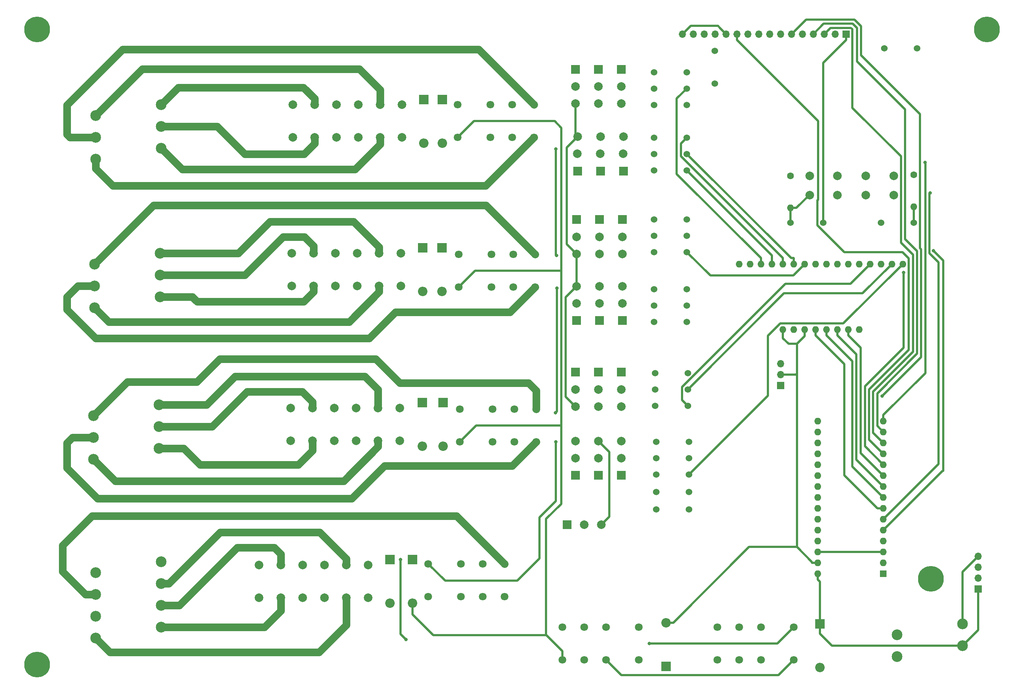
<source format=gbl>
%TF.GenerationSoftware,KiCad,Pcbnew,(5.1.6)-1*%
%TF.CreationDate,2021-08-20T11:56:06+02:00*%
%TF.ProjectId,_Asclepios-Ohmmeter-v2,b5417363-6c65-4706-996f-732d4f686d6d,rev?*%
%TF.SameCoordinates,PXc65d40PYa4fc540*%
%TF.FileFunction,Copper,L2,Bot*%
%TF.FilePolarity,Positive*%
%FSLAX46Y46*%
G04 Gerber Fmt 4.6, Leading zero omitted, Abs format (unit mm)*
G04 Created by KiCad (PCBNEW (5.1.6)-1) date 2021-08-20 11:56:06*
%MOMM*%
%LPD*%
G01*
G04 APERTURE LIST*
%TA.AperFunction,ComponentPad*%
%ADD10C,2.500000*%
%TD*%
%TA.AperFunction,ComponentPad*%
%ADD11C,2.000000*%
%TD*%
%TA.AperFunction,ComponentPad*%
%ADD12O,2.200000X2.200000*%
%TD*%
%TA.AperFunction,ComponentPad*%
%ADD13R,2.200000X2.200000*%
%TD*%
%TA.AperFunction,ComponentPad*%
%ADD14O,1.700000X1.700000*%
%TD*%
%TA.AperFunction,ComponentPad*%
%ADD15R,1.700000X1.700000*%
%TD*%
%TA.AperFunction,ComponentPad*%
%ADD16R,2.000000X2.000000*%
%TD*%
%TA.AperFunction,ComponentPad*%
%ADD17C,1.600000*%
%TD*%
%TA.AperFunction,ComponentPad*%
%ADD18O,1.600000X1.600000*%
%TD*%
%TA.AperFunction,ComponentPad*%
%ADD19R,1.600000X1.600000*%
%TD*%
%TA.AperFunction,ComponentPad*%
%ADD20C,1.800000*%
%TD*%
%TA.AperFunction,ComponentPad*%
%ADD21C,1.524000*%
%TD*%
%TA.AperFunction,ViaPad*%
%ADD22C,0.800000*%
%TD*%
%TA.AperFunction,ViaPad*%
%ADD23C,6.000000*%
%TD*%
%TA.AperFunction,Conductor*%
%ADD24C,0.500000*%
%TD*%
%TA.AperFunction,Conductor*%
%ADD25C,1.750000*%
%TD*%
G04 APERTURE END LIST*
D10*
%TO.P,J1,6*%
%TO.N,Net-(J1-Pad6)*%
X34830000Y126316000D03*
%TO.P,J1,3*%
%TO.N,Net-(J1-Pad3)*%
X19590000Y123776000D03*
%TO.P,J1,5*%
%TO.N,Net-(J1-Pad5)*%
X34830000Y131406000D03*
%TO.P,J1,4*%
%TO.N,Net-(J1-Pad4)*%
X34830000Y136486000D03*
%TO.P,J1,2*%
%TO.N,Net-(J1-Pad2)*%
X19590000Y128866000D03*
%TO.P,J1,1*%
%TO.N,Net-(J1-Pad1)*%
X19590000Y133946000D03*
%TD*%
%TO.P,J2,6*%
%TO.N,Net-(J2-Pad6)*%
X34576000Y91710000D03*
%TO.P,J2,3*%
%TO.N,Net-(J2-Pad3)*%
X19336000Y89170000D03*
%TO.P,J2,5*%
%TO.N,Net-(J2-Pad5)*%
X34576000Y96800000D03*
%TO.P,J2,4*%
%TO.N,Net-(J2-Pad4)*%
X34576000Y101880000D03*
%TO.P,J2,2*%
%TO.N,Net-(J2-Pad2)*%
X19336000Y94260000D03*
%TO.P,J2,1*%
%TO.N,Net-(J2-Pad1)*%
X19336000Y99340000D03*
%TD*%
%TO.P,J3,6*%
%TO.N,Net-(J3-Pad6)*%
X34322000Y56404000D03*
%TO.P,J3,3*%
%TO.N,Net-(J3-Pad3)*%
X19082000Y53864000D03*
%TO.P,J3,5*%
%TO.N,Net-(J3-Pad5)*%
X34322000Y61494000D03*
%TO.P,J3,4*%
%TO.N,Net-(J3-Pad4)*%
X34322000Y66574000D03*
%TO.P,J3,2*%
%TO.N,Net-(J3-Pad2)*%
X19082000Y58954000D03*
%TO.P,J3,1*%
%TO.N,Net-(J3-Pad1)*%
X19082000Y64034000D03*
%TD*%
%TO.P,JC1,4*%
%TO.N,Net-(JC1-Pad4)*%
X34830000Y14758000D03*
%TO.P,JC1,3*%
%TO.N,Net-(JC1-Pad3)*%
X34830000Y19838000D03*
%TO.P,JC1,2*%
%TO.N,Net-(JC1-Pad2)*%
X19590000Y12218000D03*
%TO.P,JC1,1*%
%TO.N,Net-(JC1-Pad1)*%
X19590000Y17298000D03*
%TD*%
%TO.P,JCI1,4*%
%TO.N,Net-(JCI1-Pad4)*%
X34830000Y24918000D03*
%TO.P,JCI1,3*%
%TO.N,Net-(JCI1-Pad3)*%
X34830000Y29998000D03*
%TO.P,JCI1,2*%
%TO.N,Net-(JCI1-Pad2)*%
X19590000Y22378000D03*
%TO.P,JCI1,1*%
%TO.N,Net-(JCI1-Pad1)*%
X19590000Y27458000D03*
%TD*%
D11*
%TO.P,K41,1*%
%TO.N,N/C*%
X90886000Y136486000D03*
%TO.P,K41,2*%
%TO.N,Net-(J1-Pad6)*%
X85806000Y136486000D03*
%TO.P,K41,3*%
%TO.N,Net-(K41-Pad3)*%
X80726000Y136486000D03*
%TO.P,K41,4*%
%TO.N,Net-(K41-Pad4)*%
X75646000Y136486000D03*
%TO.P,K41,5*%
%TO.N,Net-(J1-Pad5)*%
X70566000Y136486000D03*
%TO.P,K41,6*%
%TO.N,N/C*%
X65486000Y136486000D03*
%TO.P,K41,7*%
X65486000Y128866000D03*
%TO.P,K41,8*%
%TO.N,Net-(J1-Pad4)*%
X70566000Y128866000D03*
%TO.P,K41,9*%
%TO.N,Net-(K41-Pad9)*%
X75646000Y128866000D03*
%TO.P,K41,10*%
%TO.N,Net-(K41-Pad10)*%
X80726000Y128866000D03*
%TO.P,K41,11*%
%TO.N,Net-(J1-Pad1)*%
X85806000Y128866000D03*
%TO.P,K41,12*%
%TO.N,N/C*%
X90886000Y128866000D03*
%TD*%
%TO.P,K42,1*%
%TO.N,N/C*%
X90632000Y101880000D03*
%TO.P,K42,2*%
%TO.N,Net-(J2-Pad3)*%
X85552000Y101880000D03*
%TO.P,K42,3*%
%TO.N,Net-(K42-Pad3)*%
X80472000Y101880000D03*
%TO.P,K42,4*%
%TO.N,Net-(K42-Pad4)*%
X75392000Y101880000D03*
%TO.P,K42,5*%
%TO.N,Net-(J2-Pad6)*%
X70312000Y101880000D03*
%TO.P,K42,6*%
%TO.N,N/C*%
X65232000Y101880000D03*
%TO.P,K42,7*%
X65232000Y94260000D03*
%TO.P,K42,8*%
%TO.N,Net-(J2-Pad5)*%
X70312000Y94260000D03*
%TO.P,K42,9*%
%TO.N,Net-(K42-Pad9)*%
X75392000Y94260000D03*
%TO.P,K42,10*%
%TO.N,Net-(K42-Pad10)*%
X80472000Y94260000D03*
%TO.P,K42,11*%
%TO.N,Net-(J2-Pad4)*%
X85552000Y94260000D03*
%TO.P,K42,12*%
%TO.N,N/C*%
X90632000Y94260000D03*
%TD*%
%TO.P,K43,1*%
%TO.N,N/C*%
X90378000Y65812000D03*
%TO.P,K43,2*%
%TO.N,Net-(J3-Pad3)*%
X85298000Y65812000D03*
%TO.P,K43,3*%
%TO.N,Net-(K43-Pad3)*%
X80218000Y65812000D03*
%TO.P,K43,4*%
%TO.N,Net-(K43-Pad4)*%
X75138000Y65812000D03*
%TO.P,K43,5*%
%TO.N,Net-(J3-Pad6)*%
X70058000Y65812000D03*
%TO.P,K43,6*%
%TO.N,N/C*%
X64978000Y65812000D03*
%TO.P,K43,7*%
X64978000Y58192000D03*
%TO.P,K43,8*%
%TO.N,Net-(J3-Pad5)*%
X70058000Y58192000D03*
%TO.P,K43,9*%
%TO.N,Net-(K43-Pad9)*%
X75138000Y58192000D03*
%TO.P,K43,10*%
%TO.N,Net-(K43-Pad10)*%
X80218000Y58192000D03*
%TO.P,K43,11*%
%TO.N,Net-(J3-Pad4)*%
X85298000Y58192000D03*
%TO.P,K43,12*%
%TO.N,N/C*%
X90378000Y58192000D03*
%TD*%
%TO.P,KC1,1*%
%TO.N,N/C*%
X83012000Y29236000D03*
%TO.P,KC1,2*%
%TO.N,Net-(JC1-Pad2)*%
X77932000Y29236000D03*
%TO.P,KC1,3*%
%TO.N,Net-(KC1-Pad10)*%
X72852000Y29236000D03*
%TO.P,KC1,4*%
X67772000Y29236000D03*
%TO.P,KC1,5*%
%TO.N,Net-(JC1-Pad4)*%
X62692000Y29236000D03*
%TO.P,KC1,6*%
%TO.N,N/C*%
X57612000Y29236000D03*
%TO.P,KC1,7*%
X57612000Y21616000D03*
%TO.P,KC1,8*%
%TO.N,Net-(JC1-Pad3)*%
X62692000Y21616000D03*
%TO.P,KC1,9*%
%TO.N,Net-(KC1-Pad10)*%
X67772000Y21616000D03*
%TO.P,KC1,10*%
X72852000Y21616000D03*
%TO.P,KC1,11*%
%TO.N,Net-(JCI1-Pad4)*%
X77932000Y21616000D03*
%TO.P,KC1,12*%
%TO.N,N/C*%
X83012000Y21616000D03*
%TD*%
D12*
%TO.P,DI1,2*%
%TO.N,N/C*%
X93299000Y20346000D03*
D13*
%TO.P,DI1,1*%
X93299000Y30506000D03*
%TD*%
D14*
%TO.P,JUSB1,4*%
%TO.N,N/C*%
X224998000Y31268000D03*
%TO.P,JUSB1,3*%
%TO.N,Net-(JUSB1-Pad3)*%
X224998000Y28728000D03*
%TO.P,JUSB1,2*%
%TO.N,Net-(JUSB1-Pad2)*%
X224998000Y26188000D03*
D15*
%TO.P,JUSB1,1*%
%TO.N,Net-(DC1-Pad1)*%
X224998000Y23648000D03*
%TD*%
D11*
%TO.P,Q16,1*%
%TO.N,Net-(Q16-Pad1)*%
X131272000Y54128000D03*
%TO.P,Q16,2*%
%TO.N,Net-(Q1-Pad2)*%
X131282000Y58108000D03*
D16*
%TO.P,Q16,3*%
%TO.N,Net-(K23-Pad4)*%
X131282000Y50128000D03*
%TD*%
D11*
%TO.P,Q19,1*%
%TO.N,Net-(Q19-Pad1)*%
X133304000Y38634000D03*
%TO.P,Q19,2*%
%TO.N,Net-(Q1-Pad2)*%
X137284000Y38624000D03*
D16*
%TO.P,Q19,3*%
%TO.N,Net-(Ki1-Pad13)*%
X129304000Y38624000D03*
%TD*%
D11*
%TO.P,Q18,1*%
%TO.N,Net-(Q18-Pad1)*%
X141940000Y54128000D03*
%TO.P,Q18,2*%
%TO.N,Net-(Q1-Pad2)*%
X141950000Y58108000D03*
D16*
%TO.P,Q18,3*%
%TO.N,Net-(K43-Pad4)*%
X141950000Y50128000D03*
%TD*%
D11*
%TO.P,Q17,1*%
%TO.N,Net-(Q17-Pad1)*%
X136606000Y54128000D03*
%TO.P,Q17,2*%
%TO.N,Net-(Q1-Pad2)*%
X136616000Y58108000D03*
D16*
%TO.P,Q17,3*%
%TO.N,Net-(K43-Pad3)*%
X136616000Y50128000D03*
%TD*%
D11*
%TO.P,Q15,1*%
%TO.N,Net-(Q15-Pad1)*%
X141940000Y70130000D03*
%TO.P,Q15,2*%
%TO.N,Net-(Q1-Pad2)*%
X141930000Y66150000D03*
D16*
%TO.P,Q15,3*%
%TO.N,Net-(K43-Pad9)*%
X141930000Y74130000D03*
%TD*%
D11*
%TO.P,Q14,1*%
%TO.N,Net-(Q14-Pad1)*%
X136606000Y70130000D03*
%TO.P,Q14,2*%
%TO.N,Net-(Q1-Pad2)*%
X136596000Y66150000D03*
D16*
%TO.P,Q14,3*%
%TO.N,Net-(K43-Pad10)*%
X136596000Y74130000D03*
%TD*%
D11*
%TO.P,Q13,1*%
%TO.N,Net-(Q13-Pad1)*%
X131272000Y70130000D03*
%TO.P,Q13,2*%
%TO.N,Net-(Q1-Pad2)*%
X131262000Y66150000D03*
D16*
%TO.P,Q13,3*%
%TO.N,Net-(K23-Pad13)*%
X131262000Y74130000D03*
%TD*%
D11*
%TO.P,Q11,1*%
%TO.N,Net-(Q11-Pad1)*%
X136860000Y90196000D03*
%TO.P,Q11,2*%
%TO.N,Net-(Q1-Pad2)*%
X136870000Y94176000D03*
D16*
%TO.P,Q11,3*%
%TO.N,Net-(K42-Pad3)*%
X136870000Y86196000D03*
%TD*%
D11*
%TO.P,Q12,1*%
%TO.N,Net-(Q12-Pad1)*%
X142194000Y90196000D03*
%TO.P,Q12,2*%
%TO.N,Net-(Q1-Pad2)*%
X142204000Y94176000D03*
D16*
%TO.P,Q12,3*%
%TO.N,Net-(K42-Pad4)*%
X142204000Y86196000D03*
%TD*%
D11*
%TO.P,Q9,1*%
%TO.N,Net-(Q9-Pad1)*%
X142194000Y105690000D03*
%TO.P,Q9,2*%
%TO.N,Net-(Q1-Pad2)*%
X142184000Y101710000D03*
D16*
%TO.P,Q9,3*%
%TO.N,Net-(K42-Pad9)*%
X142184000Y109690000D03*
%TD*%
D11*
%TO.P,Q8,1*%
%TO.N,Net-(Q8-Pad1)*%
X136860000Y105690000D03*
%TO.P,Q8,2*%
%TO.N,Net-(Q1-Pad2)*%
X136850000Y101710000D03*
D16*
%TO.P,Q8,3*%
%TO.N,Net-(K42-Pad10)*%
X136850000Y109690000D03*
%TD*%
D11*
%TO.P,Q7,1*%
%TO.N,Net-(Q7-Pad1)*%
X131526000Y105690000D03*
%TO.P,Q7,2*%
%TO.N,Net-(Q1-Pad2)*%
X131516000Y101710000D03*
D16*
%TO.P,Q7,3*%
%TO.N,Net-(K22-Pad13)*%
X131516000Y109690000D03*
%TD*%
D11*
%TO.P,Q10,1*%
%TO.N,Net-(Q10-Pad1)*%
X131526000Y90196000D03*
%TO.P,Q10,2*%
%TO.N,Net-(Q1-Pad2)*%
X131536000Y94176000D03*
D16*
%TO.P,Q10,3*%
%TO.N,Net-(K22-Pad4)*%
X131536000Y86196000D03*
%TD*%
D11*
%TO.P,Q5,1*%
%TO.N,Net-(Q5-Pad1)*%
X137063000Y125021200D03*
%TO.P,Q5,2*%
%TO.N,Net-(Q1-Pad2)*%
X137073000Y129001200D03*
D16*
%TO.P,Q5,3*%
%TO.N,Net-(K41-Pad3)*%
X137073000Y121021200D03*
%TD*%
D11*
%TO.P,Q6,1*%
%TO.N,Net-(Q6-Pad1)*%
X142397000Y125021200D03*
%TO.P,Q6,2*%
%TO.N,Net-(Q1-Pad2)*%
X142407000Y129001200D03*
D16*
%TO.P,Q6,3*%
%TO.N,Net-(K41-Pad4)*%
X142407000Y121021200D03*
%TD*%
D11*
%TO.P,Q3,1*%
%TO.N,Net-(Q3-Pad1)*%
X141915000Y140695800D03*
%TO.P,Q3,2*%
%TO.N,Net-(Q1-Pad2)*%
X141905000Y136715800D03*
D16*
%TO.P,Q3,3*%
%TO.N,Net-(K41-Pad9)*%
X141905000Y144695800D03*
%TD*%
D11*
%TO.P,Q2,1*%
%TO.N,Net-(Q2-Pad1)*%
X136581000Y140695800D03*
%TO.P,Q2,2*%
%TO.N,Net-(Q1-Pad2)*%
X136571000Y136715800D03*
D16*
%TO.P,Q2,3*%
%TO.N,Net-(K41-Pad10)*%
X136571000Y144695800D03*
%TD*%
D11*
%TO.P,Q1,1*%
%TO.N,Net-(Q1-Pad1)*%
X131247000Y140695800D03*
%TO.P,Q1,2*%
%TO.N,Net-(Q1-Pad2)*%
X131237000Y136715800D03*
D16*
%TO.P,Q1,3*%
%TO.N,Net-(K21-Pad13)*%
X131237000Y144695800D03*
%TD*%
D11*
%TO.P,Q4,1*%
%TO.N,Net-(Q4-Pad1)*%
X131729000Y125021200D03*
%TO.P,Q4,2*%
%TO.N,Net-(Q1-Pad2)*%
X131739000Y129001200D03*
D16*
%TO.P,Q4,3*%
%TO.N,Net-(K21-Pad4)*%
X131739000Y121021200D03*
%TD*%
D17*
%TO.P,C1,1*%
%TO.N,N/C*%
X181310000Y119914000D03*
D18*
%TO.P,C1,2*%
%TO.N,Net-(C1-Pad2)*%
X181310000Y112414000D03*
%TD*%
D17*
%TO.P,C2,1*%
%TO.N,N/C*%
X210012000Y120168000D03*
D18*
%TO.P,C2,2*%
%TO.N,Net-(C2-Pad2)*%
X210012000Y112668000D03*
%TD*%
D12*
%TO.P,D21,2*%
%TO.N,N/C*%
X100284000Y127534000D03*
D13*
%TO.P,D21,1*%
X100284000Y137694000D03*
%TD*%
D12*
%TO.P,D22,2*%
%TO.N,N/C*%
X100157000Y92990000D03*
D13*
%TO.P,D22,1*%
X100157000Y103150000D03*
%TD*%
D12*
%TO.P,D23,2*%
%TO.N,N/C*%
X100411000Y56922000D03*
D13*
%TO.P,D23,1*%
X100411000Y67082000D03*
%TD*%
D12*
%TO.P,D41,2*%
%TO.N,N/C*%
X95966000Y127534000D03*
D13*
%TO.P,D41,1*%
X95966000Y137694000D03*
%TD*%
D12*
%TO.P,D42,2*%
%TO.N,N/C*%
X95712000Y92990000D03*
D13*
%TO.P,D42,1*%
X95712000Y103150000D03*
%TD*%
D12*
%TO.P,D43,2*%
%TO.N,N/C*%
X95585000Y56922000D03*
D13*
%TO.P,D43,1*%
X95585000Y67082000D03*
%TD*%
D12*
%TO.P,DA1,2*%
%TO.N,N/C*%
X152354000Y15774000D03*
D13*
%TO.P,DA1,1*%
%TO.N,Net-(DA1-Pad1)*%
X152354000Y5614000D03*
%TD*%
D12*
%TO.P,DC1,2*%
%TO.N,N/C*%
X88092000Y20346000D03*
D13*
%TO.P,DC1,1*%
X88092000Y30506000D03*
%TD*%
D12*
%TO.P,DS1,2*%
%TO.N,N/C*%
X188168000Y5360000D03*
D13*
%TO.P,DS1,1*%
X188168000Y15520000D03*
%TD*%
D18*
%TO.P,JA1,D13*%
%TO.N,Net-(JA1-PadD13)*%
X187660000Y62764000D03*
%TO.P,JA1,D12*%
%TO.N,Net-(JA1-PadD12)*%
X202900000Y62764000D03*
%TO.P,JA1,VIN*%
%TO.N,Net-(DC1-Pad1)*%
X187660000Y27204000D03*
%TO.P,JA1,D11*%
%TO.N,Net-(JA1-PadD11)*%
X202900000Y60224000D03*
%TO.P,JA1,GND*%
%TO.N,N/C*%
X187660000Y29744000D03*
%TO.P,JA1,D10*%
%TO.N,Net-(JA1-PadD10)*%
X202900000Y57684000D03*
%TO.P,JA1,RST*%
%TO.N,Net-(JA1-PadRST)*%
X187660000Y32284000D03*
%TO.P,JA1,D9*%
%TO.N,Net-(JA1-PadD9)*%
X202900000Y55144000D03*
%TO.P,JA1,5V*%
%TO.N,Net-(JA1-Pad5V)*%
X187660000Y34824000D03*
%TO.P,JA1,D8*%
%TO.N,Net-(JA1-PadD8)*%
X202900000Y52604000D03*
%TO.P,JA1,A0*%
%TO.N,Net-(DA1-Pad1)*%
X187660000Y37364000D03*
%TO.P,JA1,D7*%
%TO.N,Net-(JA1-PadD7)*%
X202900000Y50064000D03*
%TO.P,JA1,A1*%
%TO.N,Net-(JA1-PadA1)*%
X187660000Y39904000D03*
%TO.P,JA1,D6*%
%TO.N,Net-(JA1-PadD6)*%
X202900000Y47524000D03*
%TO.P,JA1,A2*%
%TO.N,Net-(JA1-PadA2)*%
X187660000Y42444000D03*
%TO.P,JA1,D5*%
%TO.N,Net-(JA1-PadD5)*%
X202900000Y44984000D03*
%TO.P,JA1,A3*%
%TO.N,Net-(JA1-PadA3)*%
X187660000Y44984000D03*
%TO.P,JA1,D4*%
%TO.N,Net-(JA1-PadD4)*%
X202900000Y42444000D03*
%TO.P,JA1,A4*%
%TO.N,Net-(JA1-PadA4)*%
X187660000Y47524000D03*
%TO.P,JA1,D3*%
%TO.N,N/C*%
X202900000Y39904000D03*
%TO.P,JA1,A5*%
%TO.N,Net-(JA1-PadA5)*%
X187660000Y50064000D03*
%TO.P,JA1,D2*%
%TO.N,N/C*%
X202900000Y37364000D03*
%TO.P,JA1,A6*%
X187660000Y52604000D03*
%TO.P,JA1,GND*%
X202900000Y34824000D03*
%TO.P,JA1,A7*%
X187660000Y55144000D03*
%TO.P,JA1,RST*%
%TO.N,Net-(JA1-PadRST)*%
X202900000Y32284000D03*
%TO.P,JA1,REF*%
%TO.N,Net-(JA1-PadREF)*%
X187660000Y57684000D03*
%TO.P,JA1,D0*%
%TO.N,Net-(C2-Pad1)*%
X202900000Y29744000D03*
%TO.P,JA1,3V3*%
%TO.N,Net-(JA1-Pad3V3)*%
X187660000Y60224000D03*
D19*
%TO.P,JA1,D1*%
%TO.N,Net-(C1-Pad1)*%
X202900000Y27204000D03*
%TD*%
D14*
%TO.P,JE1,VSS*%
%TO.N,N/C*%
X156164000Y152934000D03*
%TO.P,JE1,VDD*%
%TO.N,Net-(JA1-Pad5V)*%
X158704000Y152934000D03*
%TO.P,JE1,V0*%
%TO.N,Net-(JE1-PadV0)*%
X161244000Y152934000D03*
%TO.P,JE1,RS*%
%TO.N,Net-(JA1-PadD8)*%
X163784000Y152934000D03*
%TO.P,JE1,RW*%
%TO.N,N/C*%
X166324000Y152934000D03*
%TO.P,JE1,E*%
%TO.N,Net-(JA1-PadD9)*%
X168864000Y152934000D03*
%TO.P,JE1,D0*%
%TO.N,Net-(JE1-PadD0)*%
X171404000Y152934000D03*
%TO.P,JE1,D1*%
%TO.N,Net-(JE1-PadD1)*%
X173944000Y152934000D03*
%TO.P,JE1,D2*%
%TO.N,Net-(JE1-PadD2)*%
X176484000Y152934000D03*
%TO.P,JE1,D3*%
%TO.N,Net-(JE1-PadD3)*%
X179024000Y152934000D03*
%TO.P,JE1,D4*%
%TO.N,Net-(JA1-PadD13)*%
X181564000Y152934000D03*
%TO.P,JE1,D5*%
%TO.N,Net-(JA1-PadD12)*%
X184104000Y152934000D03*
%TO.P,JE1,D6*%
%TO.N,Net-(JA1-PadD11)*%
X186644000Y152934000D03*
%TO.P,JE1,D7*%
%TO.N,Net-(JA1-PadD10)*%
X189184000Y152934000D03*
%TO.P,JE1,A*%
%TO.N,Net-(JE1-PadA)*%
X191724000Y152934000D03*
D15*
%TO.P,JE1,K*%
%TO.N,N/C*%
X194264000Y152934000D03*
%TD*%
D10*
%TO.P,JEX1,4*%
%TO.N,Net-(JEX1-Pad4)*%
X206124000Y12980000D03*
%TO.P,JEX1,3*%
%TO.N,Net-(JEX1-Pad3)*%
X206124000Y7900000D03*
%TO.P,JEX1,2*%
%TO.N,N/C*%
X221364000Y15520000D03*
%TO.P,JEX1,1*%
%TO.N,Net-(DC1-Pad1)*%
X221364000Y10440000D03*
%TD*%
D18*
%TO.P,JM1,C0*%
%TO.N,Net-(JM1-PadC0)*%
X169372000Y99340000D03*
%TO.P,JM1,C15*%
%TO.N,Net-(JM1-PadC15)*%
X207472000Y99340000D03*
%TO.P,JM1,C1*%
%TO.N,Net-(JM1-PadC1)*%
X171912000Y99340000D03*
%TO.P,JM1,C2*%
%TO.N,Net-(JM1-PadC2)*%
X174452000Y99340000D03*
%TO.P,JM1,C3*%
%TO.N,Net-(JM1-PadC3)*%
X176992000Y99340000D03*
%TO.P,JM1,C4*%
%TO.N,Net-(JM1-PadC4)*%
X179532000Y99340000D03*
%TO.P,JM1,SIG*%
%TO.N,Net-(JA1-Pad5V)*%
X197312000Y84100000D03*
%TO.P,JM1,C5*%
%TO.N,Net-(JM1-PadC5)*%
X182072000Y99340000D03*
%TO.P,JM1,S3*%
%TO.N,Net-(JA1-PadD7)*%
X194772000Y84100000D03*
%TO.P,JM1,C6*%
%TO.N,Net-(JM1-PadC6)*%
X184612000Y99340000D03*
%TO.P,JM1,S2*%
%TO.N,Net-(JA1-PadD6)*%
X192232000Y84100000D03*
%TO.P,JM1,C7*%
%TO.N,Net-(JM1-PadC7)*%
X187152000Y99340000D03*
%TO.P,JM1,S1*%
%TO.N,Net-(JA1-PadD5)*%
X189692000Y84100000D03*
%TO.P,JM1,C8*%
%TO.N,Net-(JM1-PadC8)*%
X189692000Y99340000D03*
%TO.P,JM1,S0*%
%TO.N,Net-(JA1-PadD4)*%
X187152000Y84100000D03*
%TO.P,JM1,C9*%
%TO.N,Net-(JM1-PadC9)*%
X192232000Y99340000D03*
%TO.P,JM1,EN*%
%TO.N,N/C*%
X184612000Y84100000D03*
%TO.P,JM1,C10*%
%TO.N,Net-(JM1-PadC10)*%
X194772000Y99340000D03*
%TO.P,JM1,VCC*%
%TO.N,Net-(JA1-Pad5V)*%
X182072000Y84100000D03*
%TO.P,JM1,C11*%
%TO.N,Net-(JM1-PadC11)*%
X197312000Y99340000D03*
%TO.P,JM1,GND*%
%TO.N,N/C*%
X179532000Y84100000D03*
%TO.P,JM1,C12*%
%TO.N,Net-(JM1-PadC12)*%
X199852000Y99340000D03*
%TO.P,JM1,C13*%
%TO.N,Net-(JM1-PadC13)*%
X202392000Y99340000D03*
%TO.P,JM1,C14*%
%TO.N,Net-(JM1-PadC14)*%
X204932000Y99340000D03*
%TD*%
D20*
%TO.P,K21,8*%
%TO.N,Net-(J1-Pad3)*%
X121620000Y128866000D03*
%TO.P,K21,9*%
%TO.N,Net-(J1-Pad2)*%
X121620000Y136486000D03*
%TO.P,K21,11*%
%TO.N,Net-(K21-Pad11)*%
X116540000Y136486000D03*
%TO.P,K21,6*%
%TO.N,Net-(K21-Pad6)*%
X116540000Y128866000D03*
%TO.P,K21,13*%
%TO.N,Net-(K21-Pad13)*%
X111460000Y136486000D03*
%TO.P,K21,4*%
%TO.N,Net-(K21-Pad4)*%
X111460000Y128866000D03*
%TO.P,K21,16*%
%TO.N,N/C*%
X103840000Y136486000D03*
%TO.P,K21,1*%
X103840000Y128866000D03*
%TD*%
%TO.P,K22,8*%
%TO.N,Net-(J2-Pad2)*%
X121874000Y94006000D03*
%TO.P,K22,9*%
%TO.N,Net-(J2-Pad1)*%
X121874000Y101626000D03*
%TO.P,K22,11*%
%TO.N,Net-(K22-Pad11)*%
X116794000Y101626000D03*
%TO.P,K22,6*%
%TO.N,Net-(K22-Pad6)*%
X116794000Y94006000D03*
%TO.P,K22,13*%
%TO.N,Net-(K22-Pad13)*%
X111714000Y101626000D03*
%TO.P,K22,4*%
%TO.N,Net-(K22-Pad4)*%
X111714000Y94006000D03*
%TO.P,K22,16*%
%TO.N,N/C*%
X104094000Y101626000D03*
%TO.P,K22,1*%
X104094000Y94006000D03*
%TD*%
%TO.P,K23,8*%
%TO.N,Net-(J3-Pad2)*%
X122128000Y57938000D03*
%TO.P,K23,9*%
%TO.N,Net-(J3-Pad1)*%
X122128000Y65558000D03*
%TO.P,K23,11*%
%TO.N,Net-(K23-Pad11)*%
X117048000Y65558000D03*
%TO.P,K23,6*%
%TO.N,Net-(K23-Pad6)*%
X117048000Y57938000D03*
%TO.P,K23,13*%
%TO.N,Net-(K23-Pad13)*%
X111968000Y65558000D03*
%TO.P,K23,4*%
%TO.N,Net-(K23-Pad4)*%
X111968000Y57938000D03*
%TO.P,K23,16*%
%TO.N,N/C*%
X104348000Y65558000D03*
%TO.P,K23,1*%
X104348000Y57938000D03*
%TD*%
%TO.P,KA1,8*%
%TO.N,Net-(KA1-Pad8)*%
X128224000Y14758000D03*
%TO.P,KA1,9*%
%TO.N,N/C*%
X128224000Y7138000D03*
%TO.P,KA1,11*%
%TO.N,Net-(KA1-Pad11)*%
X133304000Y7138000D03*
%TO.P,KA1,6*%
%TO.N,Net-(KA1-Pad6)*%
X133304000Y14758000D03*
%TO.P,KA1,13*%
%TO.N,N/C*%
X138384000Y7138000D03*
%TO.P,KA1,4*%
%TO.N,Net-(KA1-Pad4)*%
X138384000Y14758000D03*
%TO.P,KA1,16*%
%TO.N,Net-(DA1-Pad1)*%
X146004000Y7138000D03*
%TO.P,KA1,1*%
%TO.N,N/C*%
X146004000Y14758000D03*
%TD*%
%TO.P,Ki1,8*%
%TO.N,Net-(Ki1-Pad8)*%
X114762000Y21870000D03*
%TO.P,Ki1,9*%
%TO.N,Net-(JCI1-Pad2)*%
X114762000Y29490000D03*
%TO.P,Ki1,11*%
%TO.N,Net-(Ki1-Pad11)*%
X109682000Y29490000D03*
%TO.P,Ki1,6*%
%TO.N,Net-(Ki1-Pad6)*%
X109682000Y21870000D03*
%TO.P,Ki1,13*%
%TO.N,Net-(Ki1-Pad13)*%
X104602000Y29490000D03*
%TO.P,Ki1,4*%
%TO.N,Net-(Ki1-Pad4)*%
X104602000Y21870000D03*
%TO.P,Ki1,16*%
%TO.N,N/C*%
X96982000Y29490000D03*
%TO.P,Ki1,1*%
X96982000Y21870000D03*
%TD*%
%TO.P,KS1,8*%
%TO.N,Net-(KS1-Pad8)*%
X164292000Y14758000D03*
%TO.P,KS1,9*%
%TO.N,Net-(KS1-Pad9)*%
X164292000Y7138000D03*
%TO.P,KS1,11*%
%TO.N,Net-(KS1-Pad11)*%
X169372000Y7138000D03*
%TO.P,KS1,6*%
%TO.N,Net-(JEX1-Pad3)*%
X169372000Y14758000D03*
%TO.P,KS1,13*%
%TO.N,Net-(KS1-Pad13)*%
X174452000Y7138000D03*
%TO.P,KS1,4*%
%TO.N,Net-(JEX1-Pad4)*%
X174452000Y14758000D03*
%TO.P,KS1,16*%
%TO.N,N/C*%
X182072000Y7138000D03*
%TO.P,KS1,1*%
X182072000Y14758000D03*
%TD*%
D21*
%TO.P,R1,2*%
%TO.N,Net-(Q1-Pad1)*%
X149560000Y136424000D03*
%TO.P,R1,1*%
%TO.N,Net-(JM1-PadC0)*%
X157180000Y136424000D03*
%TD*%
%TO.P,R2,2*%
%TO.N,Net-(Q2-Pad1)*%
X149560000Y144044000D03*
%TO.P,R2,1*%
%TO.N,Net-(JM1-PadC1)*%
X157180000Y144044000D03*
%TD*%
%TO.P,R3,2*%
%TO.N,Net-(Q3-Pad1)*%
X149560000Y140234000D03*
%TO.P,R3,1*%
%TO.N,Net-(JM1-PadC2)*%
X157180000Y140234000D03*
%TD*%
%TO.P,R4,2*%
%TO.N,Net-(Q4-Pad1)*%
X149560000Y121184000D03*
%TO.P,R4,1*%
%TO.N,Net-(JM1-PadC3)*%
X157180000Y121184000D03*
%TD*%
%TO.P,R5,2*%
%TO.N,Net-(Q5-Pad1)*%
X149560000Y128804000D03*
%TO.P,R5,1*%
%TO.N,Net-(JM1-PadC4)*%
X157180000Y128804000D03*
%TD*%
%TO.P,R6,2*%
%TO.N,Net-(Q6-Pad1)*%
X149560000Y124994000D03*
%TO.P,R6,1*%
%TO.N,Net-(JM1-PadC5)*%
X157180000Y124994000D03*
%TD*%
%TO.P,R7,2*%
%TO.N,Net-(Q7-Pad1)*%
X149560000Y102134000D03*
%TO.P,R7,1*%
%TO.N,Net-(JM1-PadC6)*%
X157180000Y102134000D03*
%TD*%
%TO.P,R8,2*%
%TO.N,Net-(Q8-Pad1)*%
X149560000Y109754000D03*
%TO.P,R8,1*%
%TO.N,Net-(JM1-PadC7)*%
X157180000Y109754000D03*
%TD*%
%TO.P,R9,2*%
%TO.N,Net-(Q9-Pad1)*%
X149560000Y105944000D03*
%TO.P,R9,1*%
%TO.N,Net-(JM1-PadC8)*%
X157180000Y105944000D03*
%TD*%
%TO.P,R10,2*%
%TO.N,Net-(Q10-Pad1)*%
X149560000Y85878000D03*
%TO.P,R10,1*%
%TO.N,Net-(JM1-PadC9)*%
X157180000Y85878000D03*
%TD*%
%TO.P,R11,2*%
%TO.N,Net-(Q11-Pad1)*%
X149560000Y93498000D03*
%TO.P,R11,1*%
%TO.N,Net-(JM1-PadC10)*%
X157180000Y93498000D03*
%TD*%
%TO.P,R12,2*%
%TO.N,Net-(Q12-Pad1)*%
X149560000Y89688000D03*
%TO.P,R12,1*%
%TO.N,Net-(JM1-PadC11)*%
X157180000Y89688000D03*
%TD*%
%TO.P,R13,2*%
%TO.N,Net-(Q13-Pad1)*%
X149814000Y66320000D03*
%TO.P,R13,1*%
%TO.N,Net-(JM1-PadC12)*%
X157434000Y66320000D03*
%TD*%
%TO.P,R14,2*%
%TO.N,Net-(Q14-Pad1)*%
X149814000Y73940000D03*
%TO.P,R14,1*%
%TO.N,Net-(JM1-PadC13)*%
X157434000Y73940000D03*
%TD*%
%TO.P,R15,2*%
%TO.N,Net-(Q15-Pad1)*%
X149814000Y70130000D03*
%TO.P,R15,1*%
%TO.N,Net-(JM1-PadC14)*%
X157434000Y70130000D03*
%TD*%
%TO.P,R16,2*%
%TO.N,Net-(Q16-Pad1)*%
X150068000Y50318000D03*
%TO.P,R16,1*%
%TO.N,Net-(JM1-PadC15)*%
X157688000Y50318000D03*
%TD*%
%TO.P,R17,2*%
%TO.N,Net-(Q17-Pad1)*%
X150068000Y57938000D03*
%TO.P,R17,1*%
%TO.N,Net-(JA1-PadA5)*%
X157688000Y57938000D03*
%TD*%
%TO.P,R18,2*%
%TO.N,Net-(Q18-Pad1)*%
X150068000Y54128000D03*
%TO.P,R18,1*%
%TO.N,Net-(JA1-PadA4)*%
X157688000Y54128000D03*
%TD*%
%TO.P,R19,2*%
%TO.N,Net-(Q19-Pad1)*%
X150068000Y46254000D03*
%TO.P,R19,1*%
%TO.N,Net-(JA1-PadA3)*%
X157688000Y46254000D03*
%TD*%
%TO.P,R22,2*%
%TO.N,N/C*%
X163657000Y141377000D03*
%TO.P,R22,1*%
%TO.N,Net-(JE1-PadV0)*%
X163657000Y148997000D03*
%TD*%
%TO.P,R23,2*%
%TO.N,Net-(JA1-Pad5V)*%
X210774000Y149632000D03*
%TO.P,R23,1*%
%TO.N,Net-(JE1-PadA)*%
X203154000Y149632000D03*
%TD*%
%TO.P,Rb1,2*%
%TO.N,N/C*%
X188930000Y108992000D03*
%TO.P,Rb1,1*%
%TO.N,Net-(C1-Pad2)*%
X181310000Y108992000D03*
%TD*%
%TO.P,Rb2,2*%
%TO.N,N/C*%
X202392000Y108992000D03*
%TO.P,Rb2,1*%
%TO.N,Net-(C2-Pad2)*%
X210012000Y108992000D03*
%TD*%
%TO.P,RC1,2*%
%TO.N,Net-(KC1-Pad10)*%
X150068000Y42190000D03*
%TO.P,RC1,1*%
%TO.N,Net-(JA1-PadA1)*%
X157688000Y42190000D03*
%TD*%
D11*
%TO.P,SW1,1*%
%TO.N,N/C*%
X192255000Y119914000D03*
%TO.P,SW1,2*%
%TO.N,Net-(C1-Pad2)*%
X192255000Y115414000D03*
%TO.P,SW1,1*%
%TO.N,N/C*%
X185755000Y119914000D03*
%TO.P,SW1,2*%
%TO.N,Net-(C1-Pad2)*%
X185755000Y115414000D03*
%TD*%
%TO.P,SW2,1*%
%TO.N,N/C*%
X205336000Y119914000D03*
%TO.P,SW2,2*%
%TO.N,Net-(C2-Pad2)*%
X205336000Y115414000D03*
%TO.P,SW2,1*%
%TO.N,N/C*%
X198836000Y119914000D03*
%TO.P,SW2,2*%
%TO.N,Net-(C2-Pad2)*%
X198836000Y115414000D03*
%TD*%
D14*
%TO.P,JLed1,3*%
%TO.N,N/C*%
X179000000Y76080000D03*
%TO.P,JLed1,2*%
X179000000Y73540000D03*
D15*
%TO.P,JLed1,1*%
X179000000Y71000000D03*
%TD*%
D22*
%TO.N,*%
X126700000Y57938000D03*
X126954000Y93752000D03*
X126700000Y126137000D03*
X126573000Y64669000D03*
X126827000Y101372000D03*
X90505000Y30506000D03*
X91775000Y11837000D03*
X148417000Y10948000D03*
D23*
X6000000Y6000000D03*
X6000000Y154000000D03*
X227000000Y154000000D03*
X214000000Y26000000D03*
D22*
X214613200Y102452600D03*
X213797500Y115874500D03*
%TO.N,Net-(JA1-PadD8)*%
X207664100Y97381700D03*
%TO.N,Net-(JA1-PadD12)*%
X212609000Y123003700D03*
%TO.N,Net-(JA1-PadD13)*%
X202642100Y68564100D03*
%TD*%
D24*
%TO.N,*%
X128224000Y9170998D02*
X124448999Y12945999D01*
X128224000Y7138000D02*
X128224000Y9170998D01*
X182787500Y33399200D02*
X186284700Y29902000D01*
X186284700Y29902000D02*
X186284700Y29744000D01*
X154029300Y15774000D02*
X171654500Y33399200D01*
X171654500Y33399200D02*
X182787500Y33399200D01*
X184612000Y84100000D02*
X184167000Y84100000D01*
X187660000Y29744000D02*
X186284700Y29744000D01*
X152354000Y15774000D02*
X154029300Y15774000D01*
X194264000Y151508700D02*
X188930000Y146174700D01*
X188930000Y146174700D02*
X188930000Y108992000D01*
X194264000Y152934000D02*
X194264000Y151508700D01*
X179532000Y84100000D02*
X179532000Y82068000D01*
X180848500Y80751500D02*
X182787500Y80751500D01*
X179532000Y82068000D02*
X180848500Y80751500D01*
X184612000Y82576000D02*
X182787500Y80751500D01*
X184612000Y84100000D02*
X184612000Y82576000D01*
X127970000Y43460000D02*
X124448999Y39938999D01*
X124448999Y39938999D02*
X124448999Y36313001D01*
X124448999Y36313001D02*
X124448999Y36678000D01*
X124448999Y12945999D02*
X124448999Y36313001D01*
X107615001Y132641001D02*
X126418999Y132641001D01*
X126418999Y132641001D02*
X127970000Y131090000D01*
X108158000Y61748000D02*
X127970000Y61748000D01*
X127970000Y61748000D02*
X127970000Y43460000D01*
X104094000Y94006000D02*
X107904000Y97816000D01*
X107904000Y97816000D02*
X127970000Y97816000D01*
X127970000Y131090000D02*
X127970000Y97816000D01*
X127970000Y97816000D02*
X127970000Y61748000D01*
X126700000Y44095000D02*
X122890000Y40285000D01*
X126700000Y57938000D02*
X126700000Y44095000D01*
X122890000Y30760000D02*
X117683000Y25553000D01*
X122890000Y40285000D02*
X122890000Y30760000D01*
X126954000Y65050000D02*
X126573000Y64669000D01*
X126954000Y93752000D02*
X126954000Y65050000D01*
X126700000Y101499000D02*
X126827000Y101372000D01*
X126700000Y126137000D02*
X126700000Y101499000D01*
X164898200Y154359800D02*
X166324000Y152934000D01*
X164419000Y154839000D02*
X164898200Y154359800D01*
X156164000Y152934000D02*
X158069000Y154839000D01*
X158069000Y154839000D02*
X164419000Y154839000D01*
X93299000Y17679000D02*
X93299000Y20346000D01*
X124448999Y12945999D02*
X124356000Y12853000D01*
X98125000Y12853000D02*
X93299000Y17679000D01*
X124356000Y12853000D02*
X98125000Y12853000D01*
X108158000Y61748000D02*
X104348000Y57938000D01*
X107615001Y132641001D02*
X103840000Y128866000D01*
X96982000Y29490000D02*
X100919000Y25553000D01*
X100919000Y25553000D02*
X101427000Y25553000D01*
X117683000Y25553000D02*
X101427000Y25553000D01*
X90505000Y30506000D02*
X90505000Y13107000D01*
X90505000Y13107000D02*
X91775000Y11837000D01*
X91775000Y11837000D02*
X91775000Y11837000D01*
X224998000Y31268000D02*
X221364000Y27634000D01*
X221364000Y27634000D02*
X221364000Y15520000D01*
X141940000Y3582000D02*
X138384000Y7138000D01*
X178516000Y3582000D02*
X177754000Y3582000D01*
X182072000Y7138000D02*
X178516000Y3582000D01*
X177754000Y3582000D02*
X141940000Y3582000D01*
X182072000Y14758000D02*
X178262000Y10948000D01*
X178262000Y10948000D02*
X148417000Y10948000D01*
X148417000Y10948000D02*
X148417000Y10948000D01*
X179000000Y73540000D02*
X182540000Y73540000D01*
X182787500Y80751500D02*
X182787500Y73787500D01*
X182540000Y73540000D02*
X182787500Y73787500D01*
X182787500Y73787500D02*
X182787500Y33399200D01*
X214613200Y102452600D02*
X216870000Y100195800D01*
%TO.N,Net-(C1-Pad2)*%
X181310000Y108992000D02*
X181310000Y112414000D01*
X181310000Y112414000D02*
X182685300Y112414000D01*
X186136000Y115414000D02*
X185685300Y115414000D01*
X185685300Y115414000D02*
X182685300Y112414000D01*
%TO.N,Net-(C2-Pad2)*%
X210012000Y108992000D02*
X210012000Y112668000D01*
%TO.N,*%
X213637900Y115714900D02*
X213797500Y115874500D01*
X213637900Y101822900D02*
X213637900Y115714900D01*
X215727000Y99733800D02*
X213637900Y101822900D01*
X202900000Y39904000D02*
X215723000Y52727000D01*
X215723000Y52727000D02*
X215727000Y52727000D01*
X215727000Y52727000D02*
X215727000Y99733800D01*
X216666000Y51130000D02*
X216870000Y51130000D01*
X202900000Y37364000D02*
X216666000Y51130000D01*
X216870000Y100195800D02*
X216870000Y51130000D01*
%TO.N,Net-(DC1-Pad1)*%
X188168000Y13234000D02*
X188168000Y15520000D01*
X221364000Y10440000D02*
X190962000Y10440000D01*
X190962000Y10440000D02*
X188168000Y13234000D01*
X187660000Y27204000D02*
X187660000Y25828700D01*
X188168000Y15520000D02*
X188168000Y25320700D01*
X188168000Y25320700D02*
X187660000Y25828700D01*
X224998000Y14074000D02*
X224998000Y23648000D01*
X221364000Y10440000D02*
X224998000Y14074000D01*
D25*
%TO.N,Net-(J1-Pad1)*%
X85806000Y136486000D02*
X85806000Y139980000D01*
X85806000Y139980000D02*
X80980000Y144806000D01*
X80980000Y144806000D02*
X30450000Y144806000D01*
X30450000Y144806000D02*
X19590000Y133946000D01*
%TO.N,Net-(J1-Pad2)*%
X121620000Y136486000D02*
X108728000Y149378000D01*
X108728000Y149378000D02*
X25862000Y149378000D01*
X25862000Y149378000D02*
X12908000Y136424000D01*
X12908000Y136424000D02*
X12908000Y129566000D01*
X12908000Y129566000D02*
X13608000Y128866000D01*
X13608000Y128866000D02*
X19590000Y128866000D01*
%TO.N,Net-(J1-Pad3)*%
X121620000Y128866000D02*
X110382000Y117628000D01*
X110382000Y117628000D02*
X23576000Y117628000D01*
X23576000Y117628000D02*
X19590000Y121614000D01*
X19590000Y121614000D02*
X19590000Y123776000D01*
%TO.N,Net-(J2-Pad3)*%
X85552000Y94260000D02*
X85552000Y92845800D01*
X78584213Y85878000D02*
X85552000Y92845787D01*
X85552000Y92845787D02*
X85552000Y94260000D01*
X22628000Y85878000D02*
X78584213Y85878000D01*
X19336000Y89170000D02*
X22628000Y85878000D01*
%TO.N,Net-(J2-Pad2)*%
X19336000Y94260000D02*
X15448000Y94260000D01*
X15448000Y94260000D02*
X12908000Y91720000D01*
X12908000Y91720000D02*
X12908000Y88753000D01*
X12908000Y88753000D02*
X19593000Y82068000D01*
X19593000Y82068000D02*
X83266000Y82068000D01*
X83266000Y82068000D02*
X89362000Y88164000D01*
X89362000Y88164000D02*
X116032000Y88164000D01*
X116032000Y88164000D02*
X121874000Y94006000D01*
%TO.N,Net-(J2-Pad1)*%
X121874000Y101626000D02*
X110444000Y113056000D01*
X110444000Y113056000D02*
X33052000Y113056000D01*
X33052000Y113056000D02*
X19336000Y99340000D01*
%TO.N,Net-(J3-Pad1)*%
X122128000Y65558000D02*
X122128000Y69876000D01*
X122128000Y69876000D02*
X120350000Y71654000D01*
X120350000Y71654000D02*
X90378000Y71654000D01*
X90378000Y71654000D02*
X84790000Y77242000D01*
X84790000Y77242000D02*
X48468000Y77242000D01*
X48468000Y77242000D02*
X43134000Y71908000D01*
X43134000Y71908000D02*
X26956000Y71908000D01*
X26956000Y71908000D02*
X19082000Y64034000D01*
%TO.N,Net-(J3-Pad2)*%
X122128000Y57938000D02*
X116540000Y52350000D01*
X116540000Y52350000D02*
X86822000Y52350000D01*
X86822000Y52350000D02*
X79202000Y44730000D01*
X79202000Y44730000D02*
X20020000Y44730000D01*
X20020000Y44730000D02*
X12908000Y51842000D01*
X12908000Y51842000D02*
X12908000Y57684000D01*
X12908000Y57684000D02*
X14178000Y58954000D01*
X14178000Y58954000D02*
X19082000Y58954000D01*
%TO.N,Net-(J3-Pad3)*%
X85298000Y58192000D02*
X85298000Y56778000D01*
X85298000Y56778000D02*
X77314200Y48794000D01*
X77314200Y48794000D02*
X24152000Y48794000D01*
X24152000Y48794000D02*
X19082000Y53864000D01*
D24*
%TO.N,Net-(JA1-PadRST)*%
X187660000Y32284000D02*
X202900000Y32284000D01*
%TO.N,Net-(JA1-PadD4)*%
X187152000Y82724700D02*
X193870700Y76006000D01*
X193870700Y76006000D02*
X193870700Y50098000D01*
X193870700Y50098000D02*
X201524700Y42444000D01*
X202900000Y42444000D02*
X201524700Y42444000D01*
X187152000Y84100000D02*
X187152000Y82724700D01*
%TO.N,Net-(JA1-PadD5)*%
X189692000Y82724700D02*
X195718100Y76698600D01*
X195718100Y76698600D02*
X195718100Y52165900D01*
X195718100Y52165900D02*
X202900000Y44984000D01*
X189692000Y84100000D02*
X189692000Y82724700D01*
%TO.N,Net-(JA1-PadD6)*%
X192232000Y82724700D02*
X196668500Y78288200D01*
X196668500Y78288200D02*
X196668500Y53755500D01*
X196668500Y53755500D02*
X202900000Y47524000D01*
X192232000Y84100000D02*
X192232000Y82724700D01*
%TO.N,Net-(JA1-PadD7)*%
X194772000Y82724700D02*
X197671900Y79824800D01*
X197671900Y79824800D02*
X197671900Y55292100D01*
X197671900Y55292100D02*
X202900000Y50064000D01*
X194772000Y84100000D02*
X194772000Y82724700D01*
%TO.N,Net-(JA1-PadD8)*%
X207664100Y97381700D02*
X207664100Y79869400D01*
X207664100Y79869400D02*
X198642900Y70848200D01*
X198642900Y70848200D02*
X198642900Y56861100D01*
X198642900Y56861100D02*
X202900000Y52604000D01*
%TO.N,Net-(JA1-PadD9)*%
X199593200Y58450800D02*
X202900000Y55144000D01*
X187728900Y114331400D02*
X187578500Y114181000D01*
X187578500Y114181000D02*
X187578500Y108379800D01*
X193853650Y102104650D02*
X207374350Y102104650D01*
X199593200Y70061100D02*
X199593200Y58450800D01*
X168864000Y151508700D02*
X187728900Y132643800D01*
X187728900Y132643800D02*
X187728900Y114331400D01*
X168864000Y152934000D02*
X168864000Y151508700D01*
X187578500Y108379800D02*
X193853650Y102104650D01*
X208852600Y100626400D02*
X208852600Y79320500D01*
X207374350Y102104650D02*
X208852600Y100626400D01*
X208852600Y79320500D02*
X199593200Y70061100D01*
%TO.N,Net-(JA1-PadD10)*%
X189184000Y152934000D02*
X190623500Y154373500D01*
X190623500Y154373500D02*
X195379800Y154373500D01*
X195379800Y154373500D02*
X195689900Y154063400D01*
X195689900Y154063400D02*
X195689900Y135748100D01*
X195689900Y135748100D02*
X207014200Y124423800D01*
X207014200Y124423800D02*
X207014200Y104312900D01*
X207014200Y104312900D02*
X209834000Y101493100D01*
X209834000Y101493100D02*
X209834000Y78876500D01*
X209834000Y78876500D02*
X200543500Y69586000D01*
X200543500Y69586000D02*
X200543500Y60040500D01*
X200543500Y60040500D02*
X202900000Y57684000D01*
%TO.N,Net-(JA1-PadD11)*%
X202900000Y60224000D02*
X201522000Y61602000D01*
X201522000Y61602000D02*
X201522000Y69192200D01*
X201522000Y69192200D02*
X210784300Y78454500D01*
X210784300Y78454500D02*
X210784300Y102361600D01*
X210784300Y102361600D02*
X207964600Y105181300D01*
X207964600Y105181300D02*
X207964600Y135352400D01*
X207964600Y135352400D02*
X196760400Y146556600D01*
X196760400Y146556600D02*
X196760400Y154336800D01*
X196760400Y154336800D02*
X195773400Y155323800D01*
X195773400Y155323800D02*
X189033800Y155323800D01*
X189033800Y155323800D02*
X186644000Y152934000D01*
%TO.N,Net-(JA1-PadD12)*%
X202900000Y64139300D02*
X212684900Y73924200D01*
X212684900Y73924200D02*
X212684900Y122927800D01*
X212684900Y122927800D02*
X212609000Y123003700D01*
X202900000Y62764000D02*
X202900000Y64139300D01*
%TO.N,Net-(JA1-PadD13)*%
X202642100Y68564100D02*
X211734600Y77656600D01*
X211734600Y77656600D02*
X211734600Y102755300D01*
X211734600Y102755300D02*
X211420500Y103069400D01*
X211420500Y103069400D02*
X211420500Y134256500D01*
X211420500Y134256500D02*
X197710700Y147966300D01*
X197710700Y147966300D02*
X197710700Y154730400D01*
X197710700Y154730400D02*
X196167000Y156274100D01*
X196167000Y156274100D02*
X184904100Y156274100D01*
X184904100Y156274100D02*
X181564000Y152934000D01*
D25*
%TO.N,Net-(JC1-Pad2)*%
X19590000Y12218000D02*
X22892000Y8916000D01*
X22892000Y8916000D02*
X71582000Y8916000D01*
X71582000Y8916000D02*
X77932000Y15266000D01*
X77932000Y15266000D02*
X77932000Y21616000D01*
%TO.N,Net-(JCI1-Pad2)*%
X114762000Y29490000D02*
X103586000Y40666000D01*
X103586000Y40666000D02*
X18750000Y40666000D01*
X18750000Y40666000D02*
X11892000Y33808000D01*
X11892000Y33808000D02*
X11892000Y27712000D01*
X11892000Y27712000D02*
X17226000Y22378000D01*
X17226000Y22378000D02*
X19590000Y22378000D01*
D24*
%TO.N,Net-(JM1-PadC14)*%
X204932000Y99340000D02*
X198086900Y92494900D01*
X198086900Y92494900D02*
X179798900Y92494900D01*
X179798900Y92494900D02*
X157434000Y70130000D01*
%TO.N,Net-(JM1-PadC12)*%
X157434000Y66320000D02*
X156096500Y67657500D01*
X156096500Y67657500D02*
X156096500Y70711000D01*
X195286750Y94774750D02*
X180160250Y94774750D01*
X199852000Y99340000D02*
X195286750Y94774750D01*
X156096500Y70711000D02*
X180160250Y94774750D01*
%TO.N,Net-(JM1-PadC6)*%
X184612000Y99340000D02*
X181945000Y96673000D01*
X162641000Y96673000D02*
X157180000Y102134000D01*
X181945000Y96673000D02*
X162641000Y96673000D01*
%TO.N,Net-(JM1-PadC5)*%
X182072000Y99340000D02*
X182072000Y100715300D01*
X157180000Y124994000D02*
X181458700Y100715300D01*
X181458700Y100715300D02*
X182072000Y100715300D01*
%TO.N,Net-(JM1-PadC4)*%
X157180000Y128804000D02*
X155810900Y127434900D01*
X155810900Y127434900D02*
X155810900Y124458200D01*
X155810900Y124458200D02*
X179532000Y100737100D01*
X179532000Y100737100D02*
X179532000Y99340000D01*
%TO.N,Net-(JM1-PadC3)*%
X157180000Y121184000D02*
X176992000Y101372000D01*
X176992000Y101372000D02*
X176992000Y99340000D01*
%TO.N,Net-(JM1-PadC2)*%
X174452000Y99340000D02*
X174452000Y100715300D01*
X157180000Y140234000D02*
X154846500Y137900500D01*
X154846500Y137900500D02*
X154846500Y120320800D01*
X154846500Y120320800D02*
X174452000Y100715300D01*
%TO.N,Net-(JM1-PadC15)*%
X207472000Y99340000D02*
X193607400Y85475400D01*
X193607400Y85475400D02*
X178952800Y85475400D01*
X178952800Y85475400D02*
X176067600Y82590200D01*
X176067600Y82590200D02*
X176067600Y68697600D01*
X176067600Y68697600D02*
X157688000Y50318000D01*
D25*
%TO.N,Net-(J1-Pad4)*%
X38832000Y140488000D02*
X34830000Y136486000D01*
X67978213Y140488000D02*
X38832000Y140488000D01*
X70566000Y137900213D02*
X67978213Y140488000D01*
X70566000Y136486000D02*
X70566000Y137900213D01*
%TO.N,Net-(J1-Pad5)*%
X54315990Y124988010D02*
X47898000Y131406000D01*
X68102223Y124988010D02*
X54315990Y124988010D01*
X70566000Y127451787D02*
X68102223Y124988010D01*
X47898000Y131406000D02*
X34830000Y131406000D01*
X70566000Y128866000D02*
X70566000Y127451787D01*
%TO.N,Net-(J1-Pad6)*%
X85806000Y128866000D02*
X85806000Y127280000D01*
X85806000Y127280000D02*
X79964000Y121438000D01*
X79964000Y121438000D02*
X39708000Y121438000D01*
X39708000Y121438000D02*
X34830000Y126316000D01*
%TO.N,Net-(J2-Pad6)*%
X42823000Y90958000D02*
X42071000Y91710000D01*
X42071000Y91710000D02*
X34576000Y91710000D01*
X43196001Y90584999D02*
X42071000Y91710000D01*
X68051212Y90584999D02*
X43196001Y90584999D01*
X70312000Y92845787D02*
X68051212Y90584999D01*
X70312000Y94260000D02*
X70312000Y92845787D01*
%TO.N,Net-(J2-Pad5)*%
X63200000Y105690000D02*
X54310000Y96800000D01*
X54310000Y96800000D02*
X34576000Y96800000D01*
X68153000Y105690000D02*
X63200000Y105690000D01*
X70312000Y103531000D02*
X68153000Y105690000D01*
X70312000Y101880000D02*
X70312000Y103531000D01*
%TO.N,Net-(J2-Pad4)*%
X34576000Y101880000D02*
X52786000Y101880000D01*
X52786000Y101880000D02*
X60152000Y109246000D01*
X60152000Y109246000D02*
X79600200Y109246000D01*
X79600200Y109246000D02*
X85552000Y103294200D01*
X85552000Y103294200D02*
X85552000Y101880000D01*
%TO.N,Net-(J3-Pad4)*%
X34322000Y66574000D02*
X45420000Y66574000D01*
X45420000Y66574000D02*
X52024000Y73178000D01*
X52024000Y73178000D02*
X82250000Y73178000D01*
X82250000Y73178000D02*
X85298000Y70130000D01*
X85298000Y70130000D02*
X85298000Y65812000D01*
%TO.N,Net-(J3-Pad5)*%
X46690000Y61494000D02*
X34322000Y61494000D01*
X54823990Y69627990D02*
X46690000Y61494000D01*
X70058000Y67226213D02*
X67656223Y69627990D01*
X67656223Y69627990D02*
X54823990Y69627990D01*
X70058000Y65812000D02*
X70058000Y67226213D01*
%TO.N,Net-(J3-Pad6)*%
X70058000Y58192000D02*
X70058000Y55906000D01*
X70058000Y55906000D02*
X66756000Y52604000D01*
X66756000Y52604000D02*
X43896000Y52604000D01*
X43896000Y52604000D02*
X40096000Y56404000D01*
X40096000Y56404000D02*
X34322000Y56404000D01*
%TO.N,Net-(JCI1-Pad4)*%
X34830000Y24918000D02*
X36597800Y24918000D01*
X36597800Y24918000D02*
X48535800Y36856000D01*
X48535800Y36856000D02*
X71707000Y36856000D01*
X71707000Y36856000D02*
X77932000Y30631000D01*
X77932000Y30631000D02*
X77932000Y29236000D01*
D24*
%TO.N,Net-(Q1-Pad2)*%
X131739000Y129001200D02*
X129938000Y127200200D01*
X129938000Y103288000D02*
X131516000Y101710000D01*
X131516000Y94196000D02*
X131536000Y94176000D01*
X131516000Y101710000D02*
X131516000Y94196000D01*
X131237000Y129503200D02*
X131739000Y129001200D01*
X131237000Y136715800D02*
X131237000Y129503200D01*
X129938000Y127200200D02*
X129922200Y127200200D01*
X129922200Y127200200D02*
X129240000Y126518000D01*
X129240000Y103986000D02*
X129938000Y103288000D01*
X129240000Y126518000D02*
X129240000Y103986000D01*
X136616000Y58108000D02*
X139146000Y55578000D01*
X139146000Y40486000D02*
X137284000Y38624000D01*
X139146000Y55578000D02*
X139146000Y40486000D01*
X131536000Y94176000D02*
X128986000Y91626000D01*
X128986000Y68426000D02*
X131262000Y66150000D01*
X128986000Y91626000D02*
X128986000Y68426000D01*
D25*
%TO.N,Net-(JC1-Pad4)*%
X62692000Y21616000D02*
X62692000Y18568000D01*
X62692000Y18568000D02*
X58882000Y14758000D01*
X58882000Y14758000D02*
X34830000Y14758000D01*
%TO.N,Net-(JC1-Pad3)*%
X62692000Y29236000D02*
X62692000Y31776000D01*
X62692000Y31776000D02*
X61168000Y33300000D01*
X61168000Y33300000D02*
X52532000Y33300000D01*
X52532000Y33300000D02*
X39070000Y19838000D01*
X39070000Y19838000D02*
X34830000Y19838000D01*
%TD*%
M02*

</source>
